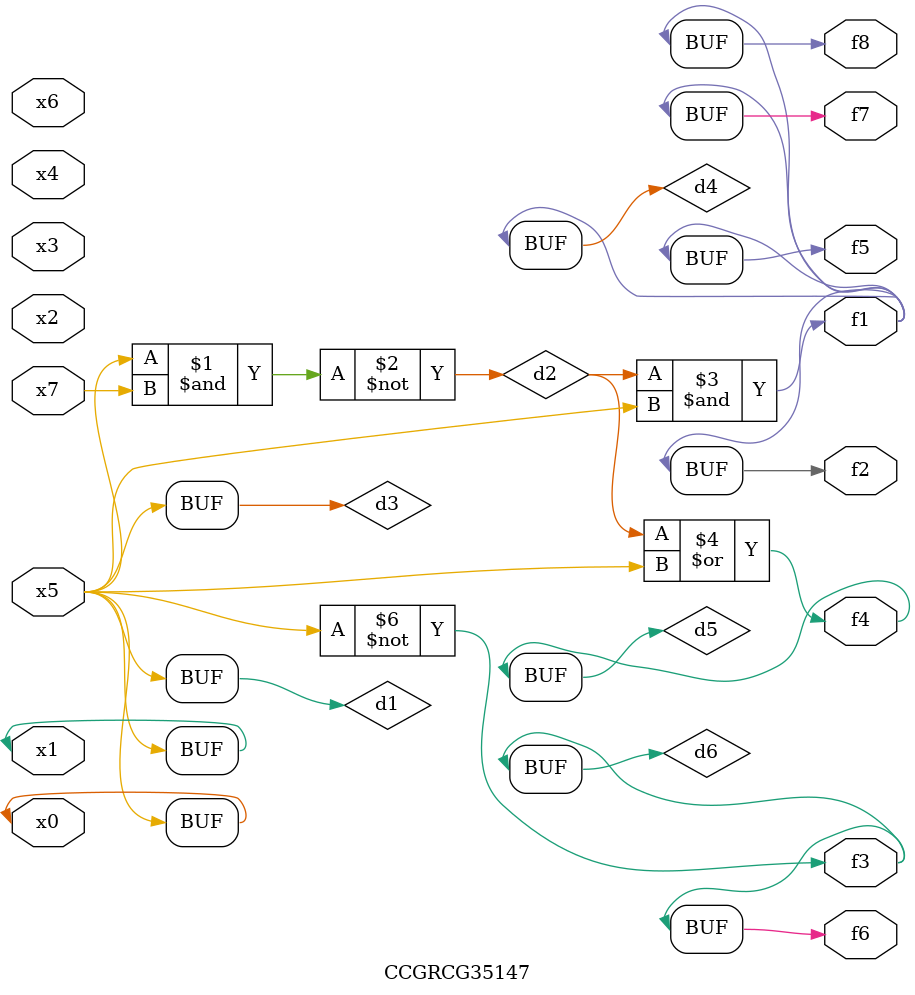
<source format=v>
module CCGRCG35147(
	input x0, x1, x2, x3, x4, x5, x6, x7,
	output f1, f2, f3, f4, f5, f6, f7, f8
);

	wire d1, d2, d3, d4, d5, d6;

	buf (d1, x0, x5);
	nand (d2, x5, x7);
	buf (d3, x0, x1);
	and (d4, d2, d3);
	or (d5, d2, d3);
	nor (d6, d1, d3);
	assign f1 = d4;
	assign f2 = d4;
	assign f3 = d6;
	assign f4 = d5;
	assign f5 = d4;
	assign f6 = d6;
	assign f7 = d4;
	assign f8 = d4;
endmodule

</source>
